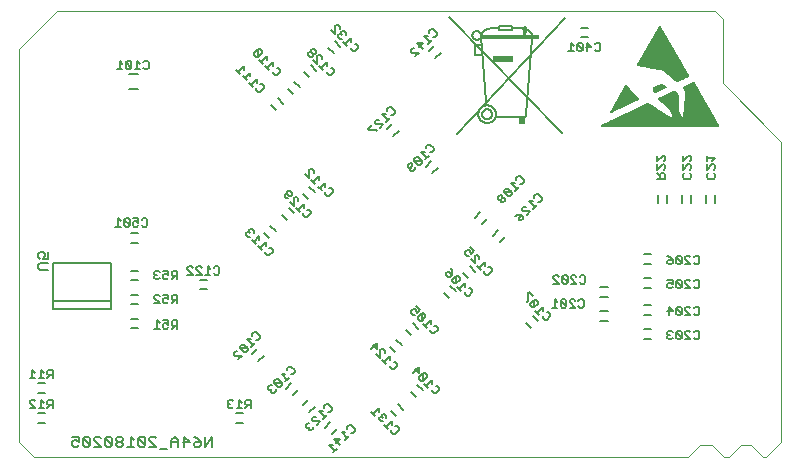
<source format=gbo>
G75*
%MOIN*%
%OFA0B0*%
%FSLAX25Y25*%
%IPPOS*%
%LPD*%
%AMOC8*
5,1,8,0,0,1.08239X$1,22.5*
%
%ADD10C,0.00000*%
%ADD11C,0.00500*%
%ADD12C,0.00600*%
%ADD13C,0.00185*%
%ADD14C,0.00655*%
%ADD15R,0.19239X0.01392*%
%ADD16R,0.06631X0.02292*%
%ADD17R,0.02293X0.02210*%
D10*
X0009500Y0011000D02*
X0227500Y0011000D01*
X0231500Y0015000D01*
X0235500Y0015000D01*
X0239500Y0011000D01*
X0241000Y0011000D01*
X0245000Y0015000D01*
X0248500Y0015000D01*
X0252500Y0011000D01*
X0253500Y0011000D01*
X0258500Y0016000D01*
X0258500Y0116000D01*
X0239000Y0135500D01*
X0239000Y0157000D01*
X0236500Y0159500D01*
X0017000Y0159500D01*
X0004500Y0147000D01*
X0004500Y0016000D01*
X0009500Y0011000D01*
D11*
X0022157Y0014834D02*
X0022741Y0014250D01*
X0023909Y0014250D01*
X0024493Y0014834D01*
X0024493Y0016001D02*
X0023325Y0016585D01*
X0022741Y0016585D01*
X0022157Y0016001D01*
X0022157Y0014834D01*
X0024493Y0016001D02*
X0024493Y0017753D01*
X0022157Y0017753D01*
X0025841Y0017169D02*
X0025841Y0014834D01*
X0026424Y0014250D01*
X0027592Y0014250D01*
X0028176Y0014834D01*
X0025841Y0017169D01*
X0026424Y0017753D01*
X0027592Y0017753D01*
X0028176Y0017169D01*
X0028176Y0014834D01*
X0029524Y0014250D02*
X0031859Y0014250D01*
X0029524Y0016585D01*
X0029524Y0017169D01*
X0030108Y0017753D01*
X0031275Y0017753D01*
X0031859Y0017169D01*
X0033207Y0017169D02*
X0035542Y0014834D01*
X0034958Y0014250D01*
X0033791Y0014250D01*
X0033207Y0014834D01*
X0033207Y0017169D01*
X0033791Y0017753D01*
X0034958Y0017753D01*
X0035542Y0017169D01*
X0035542Y0014834D01*
X0036890Y0014834D02*
X0037474Y0014250D01*
X0038641Y0014250D01*
X0039225Y0014834D01*
X0039225Y0015418D01*
X0038641Y0016001D01*
X0037474Y0016001D01*
X0036890Y0015418D01*
X0036890Y0014834D01*
X0037474Y0016001D02*
X0036890Y0016585D01*
X0036890Y0017169D01*
X0037474Y0017753D01*
X0038641Y0017753D01*
X0039225Y0017169D01*
X0039225Y0016585D01*
X0038641Y0016001D01*
X0040573Y0014250D02*
X0042908Y0014250D01*
X0041741Y0014250D02*
X0041741Y0017753D01*
X0042908Y0016585D01*
X0044256Y0017169D02*
X0046592Y0014834D01*
X0046008Y0014250D01*
X0044840Y0014250D01*
X0044256Y0014834D01*
X0044256Y0017169D01*
X0044840Y0017753D01*
X0046008Y0017753D01*
X0046592Y0017169D01*
X0046592Y0014834D01*
X0047939Y0014250D02*
X0050275Y0014250D01*
X0047939Y0016585D01*
X0047939Y0017169D01*
X0048523Y0017753D01*
X0049691Y0017753D01*
X0050275Y0017169D01*
X0055306Y0016585D02*
X0055306Y0014250D01*
X0053958Y0013666D02*
X0051623Y0013666D01*
X0055306Y0016001D02*
X0057641Y0016001D01*
X0057641Y0016585D02*
X0057641Y0014250D01*
X0059573Y0014250D02*
X0059573Y0017753D01*
X0061324Y0016001D01*
X0058989Y0016001D01*
X0057641Y0016585D02*
X0056473Y0017753D01*
X0055306Y0016585D01*
X0062672Y0015418D02*
X0063256Y0016001D01*
X0065007Y0016001D01*
X0065007Y0014834D01*
X0064423Y0014250D01*
X0063256Y0014250D01*
X0062672Y0014834D01*
X0062672Y0015418D01*
X0063840Y0017169D02*
X0062672Y0017753D01*
X0063840Y0017169D02*
X0065007Y0016001D01*
X0066355Y0014250D02*
X0066355Y0017753D01*
X0068690Y0017753D02*
X0066355Y0014250D01*
X0068690Y0014250D02*
X0068690Y0017753D01*
X0074506Y0027250D02*
X0075407Y0027250D01*
X0075857Y0027700D01*
X0077002Y0027250D02*
X0078803Y0027250D01*
X0077903Y0027250D02*
X0077903Y0029952D01*
X0078803Y0029052D01*
X0079948Y0029502D02*
X0079948Y0028601D01*
X0080399Y0028151D01*
X0081750Y0028151D01*
X0080849Y0028151D02*
X0079948Y0027250D01*
X0081750Y0027250D02*
X0081750Y0029952D01*
X0080399Y0029952D01*
X0079948Y0029502D01*
X0075857Y0029502D02*
X0075407Y0029952D01*
X0074506Y0029952D01*
X0074055Y0029502D01*
X0074055Y0029052D01*
X0074506Y0028601D01*
X0074055Y0028151D01*
X0074055Y0027700D01*
X0074506Y0027250D01*
X0074506Y0028601D02*
X0074956Y0028601D01*
X0087530Y0033568D02*
X0087848Y0033249D01*
X0088485Y0033249D01*
X0088485Y0032612D01*
X0088804Y0032294D01*
X0089441Y0032294D01*
X0090077Y0032931D01*
X0090077Y0033568D01*
X0090887Y0034378D02*
X0089613Y0035651D01*
X0092161Y0035651D01*
X0092161Y0035014D01*
X0091524Y0034378D01*
X0090887Y0034378D01*
X0089613Y0035651D02*
X0089613Y0036288D01*
X0090250Y0036925D01*
X0090887Y0036925D01*
X0092161Y0035651D01*
X0093289Y0036143D02*
X0094563Y0037416D01*
X0093926Y0036780D02*
X0092015Y0038690D01*
X0093289Y0038690D01*
X0093780Y0039818D02*
X0093780Y0040455D01*
X0094417Y0041092D01*
X0095054Y0041092D01*
X0096328Y0039818D01*
X0096328Y0039182D01*
X0095691Y0038545D01*
X0095054Y0038545D01*
X0088804Y0034842D02*
X0088167Y0034842D01*
X0087530Y0034205D01*
X0087530Y0033568D01*
X0088485Y0033249D02*
X0088804Y0033568D01*
X0102113Y0023788D02*
X0102750Y0024425D01*
X0103387Y0024425D01*
X0102113Y0023788D02*
X0102113Y0023151D01*
X0102432Y0022833D01*
X0104979Y0022833D01*
X0103706Y0021559D01*
X0102577Y0021068D02*
X0102577Y0020431D01*
X0101941Y0019794D01*
X0101304Y0019794D01*
X0100985Y0020113D01*
X0100985Y0020749D01*
X0101304Y0021068D01*
X0100985Y0020749D02*
X0100348Y0020749D01*
X0100030Y0021068D01*
X0100030Y0021705D01*
X0100667Y0022342D01*
X0101304Y0022342D01*
X0105789Y0023643D02*
X0107063Y0024916D01*
X0106426Y0024280D02*
X0104515Y0026190D01*
X0105789Y0026190D01*
X0106280Y0027318D02*
X0106280Y0027955D01*
X0106917Y0028592D01*
X0107554Y0028592D01*
X0108828Y0027318D01*
X0108828Y0026682D01*
X0108191Y0026045D01*
X0107554Y0026045D01*
X0113780Y0020955D02*
X0114417Y0021592D01*
X0115054Y0021592D01*
X0116328Y0020318D01*
X0116328Y0019682D01*
X0115691Y0019045D01*
X0115054Y0019045D01*
X0114563Y0017916D02*
X0113289Y0016643D01*
X0113926Y0017280D02*
X0112015Y0019190D01*
X0113289Y0019190D01*
X0113780Y0020318D02*
X0113780Y0020955D01*
X0111524Y0016788D02*
X0109613Y0016788D01*
X0111524Y0014878D01*
X0110250Y0015514D02*
X0111524Y0016788D01*
X0109122Y0015023D02*
X0107848Y0015023D01*
X0109759Y0013112D01*
X0110396Y0013749D02*
X0109122Y0012476D01*
X0126143Y0021711D02*
X0127417Y0020437D01*
X0126780Y0021074D02*
X0128690Y0022985D01*
X0128690Y0021711D01*
X0129818Y0021220D02*
X0130455Y0021220D01*
X0131092Y0020583D01*
X0131092Y0019946D01*
X0129818Y0018672D01*
X0129182Y0018672D01*
X0128545Y0019309D01*
X0128545Y0019946D01*
X0125651Y0022839D02*
X0125015Y0022839D01*
X0124378Y0023476D01*
X0124378Y0024113D01*
X0124696Y0024431D01*
X0125333Y0024431D01*
X0125651Y0024113D01*
X0125333Y0024431D02*
X0125333Y0025068D01*
X0125651Y0025387D01*
X0126288Y0025387D01*
X0126925Y0024750D01*
X0126925Y0024113D01*
X0124523Y0025878D02*
X0124523Y0027152D01*
X0122613Y0025241D01*
X0123250Y0024604D02*
X0121976Y0025878D01*
X0139643Y0035211D02*
X0140917Y0033937D01*
X0140280Y0034574D02*
X0142190Y0036485D01*
X0142190Y0035211D01*
X0143318Y0034720D02*
X0143955Y0034720D01*
X0144592Y0034083D01*
X0144592Y0033446D01*
X0143318Y0032172D01*
X0142682Y0032172D01*
X0142045Y0032809D01*
X0142045Y0033446D01*
X0139151Y0036339D02*
X0139151Y0038887D01*
X0137878Y0037613D01*
X0137878Y0036976D01*
X0138515Y0036339D01*
X0139151Y0036339D01*
X0140425Y0037613D01*
X0140425Y0038250D01*
X0139788Y0038887D01*
X0139151Y0038887D01*
X0137705Y0039059D02*
X0136431Y0040333D01*
X0135794Y0039059D02*
X0137705Y0040970D01*
X0137705Y0039059D01*
X0130592Y0041446D02*
X0129318Y0040172D01*
X0128682Y0040172D01*
X0128045Y0040809D01*
X0128045Y0041446D01*
X0126917Y0041937D02*
X0125643Y0043211D01*
X0126280Y0042574D02*
X0128190Y0044485D01*
X0128190Y0043211D01*
X0129318Y0042720D02*
X0129955Y0042720D01*
X0130592Y0042083D01*
X0130592Y0041446D01*
X0124833Y0044021D02*
X0124833Y0046568D01*
X0125151Y0046887D01*
X0125788Y0046887D01*
X0126425Y0046250D01*
X0126425Y0045613D01*
X0124833Y0044021D02*
X0123559Y0045294D01*
X0123705Y0047059D02*
X0122431Y0048333D01*
X0121794Y0047059D02*
X0123705Y0048970D01*
X0123705Y0047059D01*
X0137378Y0056976D02*
X0138015Y0056339D01*
X0138651Y0056339D01*
X0138651Y0058887D01*
X0137378Y0057613D01*
X0137378Y0056976D01*
X0138651Y0056339D02*
X0139925Y0057613D01*
X0139925Y0058250D01*
X0139288Y0058887D01*
X0138651Y0058887D01*
X0138160Y0060015D02*
X0137205Y0059059D01*
X0136886Y0060015D01*
X0136568Y0060333D01*
X0135931Y0060333D01*
X0135294Y0059696D01*
X0135294Y0059059D01*
X0135931Y0058423D01*
X0136568Y0058423D01*
X0138160Y0060015D02*
X0136886Y0061289D01*
X0141690Y0056485D02*
X0139780Y0054574D01*
X0140417Y0053937D02*
X0139143Y0055211D01*
X0141690Y0055211D02*
X0141690Y0056485D01*
X0142818Y0054720D02*
X0143455Y0054720D01*
X0144092Y0054083D01*
X0144092Y0053446D01*
X0142818Y0052172D01*
X0142182Y0052172D01*
X0141545Y0052809D01*
X0141545Y0053446D01*
X0153045Y0065309D02*
X0153682Y0064672D01*
X0154318Y0064672D01*
X0155592Y0065946D01*
X0155592Y0066583D01*
X0154955Y0067220D01*
X0154318Y0067220D01*
X0153190Y0067711D02*
X0153190Y0068985D01*
X0151280Y0067074D01*
X0151917Y0066437D02*
X0150643Y0067711D01*
X0150151Y0068839D02*
X0150151Y0071387D01*
X0148878Y0070113D01*
X0148878Y0069476D01*
X0149515Y0068839D01*
X0150151Y0068839D01*
X0151425Y0070113D01*
X0151425Y0070750D01*
X0150788Y0071387D01*
X0150151Y0071387D01*
X0148705Y0071559D02*
X0147750Y0072515D01*
X0147113Y0072515D01*
X0146794Y0072196D01*
X0146794Y0071559D01*
X0147431Y0070923D01*
X0148068Y0070923D01*
X0148705Y0071559D01*
X0148705Y0072833D01*
X0148386Y0073789D01*
X0153294Y0078559D02*
X0153931Y0077923D01*
X0154568Y0077923D01*
X0155205Y0078559D02*
X0154886Y0079515D01*
X0154568Y0079833D01*
X0153931Y0079833D01*
X0153294Y0079196D01*
X0153294Y0078559D01*
X0155205Y0078559D02*
X0156160Y0079515D01*
X0154886Y0080789D01*
X0156651Y0078387D02*
X0157288Y0078387D01*
X0157925Y0077750D01*
X0157925Y0077113D01*
X0156651Y0078387D02*
X0156333Y0078068D01*
X0156333Y0075521D01*
X0155059Y0076794D01*
X0157143Y0074711D02*
X0158417Y0073437D01*
X0157780Y0074074D02*
X0159690Y0075985D01*
X0159690Y0074711D01*
X0160818Y0074220D02*
X0161455Y0074220D01*
X0162092Y0073583D01*
X0162092Y0072946D01*
X0160818Y0071672D01*
X0160182Y0071672D01*
X0159545Y0072309D01*
X0159545Y0072946D01*
X0153045Y0065946D02*
X0153045Y0065309D01*
X0173750Y0062604D02*
X0174068Y0062923D01*
X0174068Y0065470D01*
X0174386Y0065789D01*
X0175660Y0064515D01*
X0176151Y0063387D02*
X0176151Y0060839D01*
X0175515Y0060839D01*
X0174878Y0061476D01*
X0174878Y0062113D01*
X0176151Y0063387D01*
X0176788Y0063387D01*
X0177425Y0062750D01*
X0177425Y0062113D01*
X0176151Y0060839D01*
X0176643Y0059711D02*
X0177917Y0058437D01*
X0177280Y0059074D02*
X0179190Y0060985D01*
X0179190Y0059711D01*
X0180318Y0059220D02*
X0180955Y0059220D01*
X0181592Y0058583D01*
X0181592Y0057946D01*
X0180318Y0056672D01*
X0179682Y0056672D01*
X0179045Y0057309D01*
X0179045Y0057946D01*
X0182109Y0060750D02*
X0183910Y0060750D01*
X0183010Y0060750D02*
X0183010Y0063452D01*
X0183910Y0062552D01*
X0185055Y0063002D02*
X0186857Y0061200D01*
X0186407Y0060750D01*
X0185506Y0060750D01*
X0185055Y0061200D01*
X0185055Y0063002D01*
X0185506Y0063452D01*
X0186407Y0063452D01*
X0186857Y0063002D01*
X0186857Y0061200D01*
X0188002Y0060750D02*
X0189803Y0060750D01*
X0188002Y0062552D01*
X0188002Y0063002D01*
X0188452Y0063452D01*
X0189353Y0063452D01*
X0189803Y0063002D01*
X0190948Y0063002D02*
X0191399Y0063452D01*
X0192300Y0063452D01*
X0192750Y0063002D01*
X0192750Y0061200D01*
X0192300Y0060750D01*
X0191399Y0060750D01*
X0190948Y0061200D01*
X0190303Y0068750D02*
X0188502Y0070552D01*
X0188502Y0071002D01*
X0188952Y0071452D01*
X0189853Y0071452D01*
X0190303Y0071002D01*
X0191448Y0071002D02*
X0191899Y0071452D01*
X0192800Y0071452D01*
X0193250Y0071002D01*
X0193250Y0069200D01*
X0192800Y0068750D01*
X0191899Y0068750D01*
X0191448Y0069200D01*
X0190303Y0068750D02*
X0188502Y0068750D01*
X0187357Y0069200D02*
X0185555Y0071002D01*
X0185555Y0069200D01*
X0186006Y0068750D01*
X0186907Y0068750D01*
X0187357Y0069200D01*
X0187357Y0071002D01*
X0186907Y0071452D01*
X0186006Y0071452D01*
X0185555Y0071002D01*
X0184410Y0071002D02*
X0183960Y0071452D01*
X0183059Y0071452D01*
X0182609Y0071002D01*
X0182609Y0070552D01*
X0184410Y0068750D01*
X0182609Y0068750D01*
X0171941Y0089794D02*
X0171304Y0089794D01*
X0170985Y0090112D01*
X0170985Y0090749D01*
X0171941Y0091705D01*
X0172577Y0091068D01*
X0172577Y0090431D01*
X0171941Y0089794D01*
X0171941Y0091705D02*
X0170667Y0091705D01*
X0169711Y0091386D01*
X0172113Y0093151D02*
X0172113Y0093788D01*
X0172750Y0094425D01*
X0173387Y0094425D01*
X0172113Y0093151D02*
X0172432Y0092833D01*
X0174979Y0092833D01*
X0173706Y0091559D01*
X0175789Y0093643D02*
X0177063Y0094916D01*
X0176426Y0094280D02*
X0174515Y0096190D01*
X0175789Y0096190D01*
X0176280Y0097318D02*
X0176280Y0097955D01*
X0176917Y0098592D01*
X0177554Y0098592D01*
X0178828Y0097318D01*
X0178828Y0096682D01*
X0178191Y0096045D01*
X0177554Y0096045D01*
X0172191Y0102045D02*
X0171554Y0102045D01*
X0172191Y0102045D02*
X0172828Y0102682D01*
X0172828Y0103318D01*
X0171554Y0104592D01*
X0170917Y0104592D01*
X0170280Y0103955D01*
X0170280Y0103318D01*
X0169789Y0102190D02*
X0168515Y0102190D01*
X0170426Y0100280D01*
X0171063Y0100916D02*
X0169789Y0099643D01*
X0168661Y0099151D02*
X0166113Y0099151D01*
X0167387Y0097878D01*
X0168024Y0097878D01*
X0168661Y0098514D01*
X0168661Y0099151D01*
X0167387Y0100425D01*
X0166750Y0100425D01*
X0166113Y0099788D01*
X0166113Y0099151D01*
X0165304Y0098342D02*
X0165622Y0098023D01*
X0165622Y0097386D01*
X0164985Y0096749D01*
X0164985Y0096112D01*
X0165304Y0095794D01*
X0165941Y0095794D01*
X0166577Y0096431D01*
X0166577Y0097068D01*
X0166259Y0097386D01*
X0165622Y0097386D01*
X0164985Y0096749D02*
X0164348Y0096749D01*
X0164030Y0097068D01*
X0164030Y0097705D01*
X0164667Y0098342D01*
X0165304Y0098342D01*
X0142828Y0113182D02*
X0142191Y0112545D01*
X0141554Y0112545D01*
X0141063Y0111416D02*
X0139789Y0110143D01*
X0140426Y0110780D02*
X0138515Y0112690D01*
X0139789Y0112690D01*
X0140280Y0113818D02*
X0140280Y0114455D01*
X0140917Y0115092D01*
X0141554Y0115092D01*
X0142828Y0113818D01*
X0142828Y0113182D01*
X0138661Y0109651D02*
X0136113Y0109651D01*
X0137387Y0108378D01*
X0138024Y0108378D01*
X0138661Y0109014D01*
X0138661Y0109651D01*
X0137387Y0110925D01*
X0136750Y0110925D01*
X0136113Y0110288D01*
X0136113Y0109651D01*
X0135304Y0108842D02*
X0134667Y0108842D01*
X0134030Y0108205D01*
X0134030Y0107568D01*
X0135304Y0106294D01*
X0135941Y0106294D01*
X0136577Y0106931D01*
X0136577Y0107568D01*
X0135622Y0107886D02*
X0134667Y0106931D01*
X0135622Y0107886D02*
X0135622Y0108523D01*
X0135304Y0108842D01*
X0123896Y0119749D02*
X0123577Y0120068D01*
X0121030Y0120068D01*
X0120711Y0120386D01*
X0121985Y0121660D01*
X0123113Y0122151D02*
X0123432Y0121833D01*
X0125979Y0121833D01*
X0124706Y0120559D01*
X0123113Y0122151D02*
X0123113Y0122788D01*
X0123750Y0123425D01*
X0124387Y0123425D01*
X0125515Y0125190D02*
X0127426Y0123280D01*
X0128063Y0123916D02*
X0126789Y0122643D01*
X0126789Y0125190D02*
X0125515Y0125190D01*
X0127280Y0126318D02*
X0127280Y0126955D01*
X0127917Y0127592D01*
X0128554Y0127592D01*
X0129828Y0126318D01*
X0129828Y0125682D01*
X0129191Y0125045D01*
X0128554Y0125045D01*
X0109592Y0139446D02*
X0108318Y0138172D01*
X0107682Y0138172D01*
X0107045Y0138809D01*
X0107045Y0139446D01*
X0105917Y0139937D02*
X0104643Y0141211D01*
X0105280Y0140574D02*
X0107190Y0142485D01*
X0107190Y0141211D01*
X0108318Y0140720D02*
X0108955Y0140720D01*
X0109592Y0140083D01*
X0109592Y0139446D01*
X0103833Y0142021D02*
X0103833Y0144568D01*
X0104151Y0144887D01*
X0104788Y0144887D01*
X0105425Y0144250D01*
X0105425Y0143613D01*
X0103833Y0142021D02*
X0102559Y0143294D01*
X0102068Y0144423D02*
X0102386Y0144741D01*
X0102386Y0145378D01*
X0101750Y0146015D01*
X0101113Y0146015D01*
X0100794Y0145696D01*
X0100794Y0145059D01*
X0101431Y0144423D01*
X0102068Y0144423D01*
X0102386Y0145378D02*
X0103023Y0145378D01*
X0103342Y0145696D01*
X0103342Y0146333D01*
X0102705Y0146970D01*
X0102068Y0146970D01*
X0101750Y0146652D01*
X0101750Y0146015D01*
X0110878Y0150976D02*
X0111515Y0150339D01*
X0112151Y0150339D01*
X0112643Y0149211D02*
X0113917Y0147937D01*
X0113280Y0148574D02*
X0115190Y0150485D01*
X0115190Y0149211D01*
X0116318Y0148720D02*
X0116955Y0148720D01*
X0117592Y0148083D01*
X0117592Y0147446D01*
X0116318Y0146172D01*
X0115682Y0146172D01*
X0115045Y0146809D01*
X0115045Y0147446D01*
X0110878Y0150976D02*
X0110878Y0151613D01*
X0111196Y0151931D01*
X0111833Y0151931D01*
X0112151Y0151613D01*
X0111833Y0151931D02*
X0111833Y0152568D01*
X0112151Y0152887D01*
X0112788Y0152887D01*
X0113425Y0152250D01*
X0113425Y0151613D01*
X0111342Y0153696D02*
X0111342Y0154333D01*
X0110705Y0154970D01*
X0110068Y0154970D01*
X0109750Y0154652D01*
X0109750Y0152104D01*
X0108476Y0153378D01*
X0089190Y0142485D02*
X0087280Y0140574D01*
X0087917Y0139937D02*
X0086643Y0141211D01*
X0085833Y0142021D02*
X0084559Y0143294D01*
X0085196Y0142657D02*
X0087107Y0144568D01*
X0087107Y0143294D01*
X0089190Y0142485D02*
X0089190Y0141211D01*
X0090318Y0140720D02*
X0090955Y0140720D01*
X0091592Y0140083D01*
X0091592Y0139446D01*
X0090318Y0138172D01*
X0089682Y0138172D01*
X0089045Y0138809D01*
X0089045Y0139446D01*
X0085455Y0135220D02*
X0086092Y0134583D01*
X0086092Y0133946D01*
X0084818Y0132672D01*
X0084182Y0132672D01*
X0083545Y0133309D01*
X0083545Y0133946D01*
X0082417Y0134437D02*
X0081143Y0135711D01*
X0081780Y0135074D02*
X0083690Y0136985D01*
X0083690Y0135711D01*
X0084818Y0135220D02*
X0085455Y0135220D01*
X0081607Y0137794D02*
X0081607Y0139068D01*
X0079696Y0137157D01*
X0080333Y0136521D02*
X0079059Y0137794D01*
X0078250Y0138604D02*
X0076976Y0139878D01*
X0077613Y0139241D02*
X0079523Y0141152D01*
X0079523Y0139878D01*
X0083431Y0144423D02*
X0084068Y0144423D01*
X0084068Y0146970D01*
X0082794Y0145696D01*
X0082794Y0145059D01*
X0083431Y0144423D01*
X0084068Y0144423D02*
X0085342Y0145696D01*
X0085342Y0146333D01*
X0084705Y0146970D01*
X0084068Y0146970D01*
X0047750Y0142502D02*
X0047750Y0140700D01*
X0047300Y0140250D01*
X0046399Y0140250D01*
X0045948Y0140700D01*
X0044803Y0140250D02*
X0043002Y0140250D01*
X0043903Y0140250D02*
X0043903Y0142952D01*
X0044803Y0142052D01*
X0045948Y0142502D02*
X0046399Y0142952D01*
X0047300Y0142952D01*
X0047750Y0142502D01*
X0041857Y0142502D02*
X0041857Y0140700D01*
X0040055Y0142502D01*
X0040055Y0140700D01*
X0040506Y0140250D01*
X0041407Y0140250D01*
X0041857Y0140700D01*
X0041857Y0142502D02*
X0041407Y0142952D01*
X0040506Y0142952D01*
X0040055Y0142502D01*
X0038910Y0142052D02*
X0038010Y0142952D01*
X0038010Y0140250D01*
X0038910Y0140250D02*
X0037109Y0140250D01*
X0099876Y0105278D02*
X0101150Y0104004D01*
X0101150Y0106552D01*
X0101468Y0106870D01*
X0102105Y0106870D01*
X0102742Y0106233D01*
X0102742Y0105596D01*
X0104507Y0104468D02*
X0102596Y0102557D01*
X0103233Y0101921D02*
X0101959Y0103194D01*
X0104507Y0103194D02*
X0104507Y0104468D01*
X0106590Y0102385D02*
X0104680Y0100474D01*
X0105317Y0099837D02*
X0104043Y0101111D01*
X0106590Y0101111D02*
X0106590Y0102385D01*
X0107718Y0100620D02*
X0108355Y0100620D01*
X0108992Y0099983D01*
X0108992Y0099346D01*
X0107718Y0098072D01*
X0107082Y0098072D01*
X0106445Y0098709D01*
X0106445Y0099346D01*
X0099390Y0095185D02*
X0097480Y0093274D01*
X0098117Y0092637D02*
X0096843Y0093911D01*
X0096033Y0094721D02*
X0096033Y0097268D01*
X0096351Y0097587D01*
X0096988Y0097587D01*
X0097625Y0096950D01*
X0097625Y0096313D01*
X0099390Y0095185D02*
X0099390Y0093911D01*
X0100518Y0093420D02*
X0101155Y0093420D01*
X0101792Y0092783D01*
X0101792Y0092146D01*
X0100518Y0090872D01*
X0099882Y0090872D01*
X0099245Y0091509D01*
X0099245Y0092146D01*
X0096033Y0094721D02*
X0094759Y0095994D01*
X0094268Y0097123D02*
X0093631Y0097123D01*
X0092994Y0097759D01*
X0092994Y0098396D01*
X0094268Y0099670D01*
X0094905Y0099670D01*
X0095542Y0099033D01*
X0095542Y0098396D01*
X0095223Y0098078D01*
X0094586Y0098078D01*
X0093631Y0099033D01*
X0082205Y0086970D02*
X0081568Y0086970D01*
X0081250Y0086652D01*
X0081250Y0086015D01*
X0080613Y0086015D01*
X0080294Y0085696D01*
X0080294Y0085059D01*
X0080931Y0084423D01*
X0081568Y0084423D01*
X0082059Y0083294D02*
X0083333Y0082021D01*
X0082696Y0082657D02*
X0084607Y0084568D01*
X0084607Y0083294D01*
X0086690Y0082485D02*
X0084780Y0080574D01*
X0085417Y0079937D02*
X0084143Y0081211D01*
X0086690Y0081211D02*
X0086690Y0082485D01*
X0087818Y0080720D02*
X0088455Y0080720D01*
X0089092Y0080083D01*
X0089092Y0079446D01*
X0087818Y0078172D01*
X0087182Y0078172D01*
X0086545Y0078809D01*
X0086545Y0079446D01*
X0082842Y0085696D02*
X0082842Y0086333D01*
X0082205Y0086970D01*
X0081250Y0086015D02*
X0081568Y0085696D01*
X0070800Y0074452D02*
X0071250Y0074002D01*
X0071250Y0072200D01*
X0070800Y0071750D01*
X0069899Y0071750D01*
X0069448Y0072200D01*
X0068303Y0071750D02*
X0066502Y0071750D01*
X0067403Y0071750D02*
X0067403Y0074452D01*
X0068303Y0073552D01*
X0069448Y0074002D02*
X0069899Y0074452D01*
X0070800Y0074452D01*
X0065357Y0074002D02*
X0064907Y0074452D01*
X0064006Y0074452D01*
X0063555Y0074002D01*
X0063555Y0073552D01*
X0065357Y0071750D01*
X0063555Y0071750D01*
X0062410Y0071750D02*
X0060609Y0073552D01*
X0060609Y0074002D01*
X0061059Y0074452D01*
X0061960Y0074452D01*
X0062410Y0074002D01*
X0062410Y0071750D02*
X0060609Y0071750D01*
X0057250Y0071151D02*
X0055899Y0071151D01*
X0055448Y0071601D01*
X0055448Y0072502D01*
X0055899Y0072952D01*
X0057250Y0072952D01*
X0057250Y0070250D01*
X0056349Y0071151D02*
X0055448Y0070250D01*
X0054303Y0070700D02*
X0053853Y0070250D01*
X0052952Y0070250D01*
X0052502Y0070700D01*
X0052502Y0071601D01*
X0052952Y0072052D01*
X0053403Y0072052D01*
X0054303Y0071601D01*
X0054303Y0072952D01*
X0052502Y0072952D01*
X0051357Y0072502D02*
X0050907Y0072952D01*
X0050006Y0072952D01*
X0049555Y0072502D01*
X0049555Y0072052D01*
X0050006Y0071601D01*
X0049555Y0071151D01*
X0049555Y0070700D01*
X0050006Y0070250D01*
X0050907Y0070250D01*
X0051357Y0070700D01*
X0050456Y0071601D02*
X0050006Y0071601D01*
X0050006Y0064952D02*
X0050907Y0064952D01*
X0051357Y0064502D01*
X0052502Y0064952D02*
X0054303Y0064952D01*
X0054303Y0063601D01*
X0053403Y0064052D01*
X0052952Y0064052D01*
X0052502Y0063601D01*
X0052502Y0062700D01*
X0052952Y0062250D01*
X0053853Y0062250D01*
X0054303Y0062700D01*
X0055448Y0062250D02*
X0056349Y0063151D01*
X0055899Y0063151D02*
X0057250Y0063151D01*
X0057250Y0062250D02*
X0057250Y0064952D01*
X0055899Y0064952D01*
X0055448Y0064502D01*
X0055448Y0063601D01*
X0055899Y0063151D01*
X0051357Y0062250D02*
X0049555Y0064052D01*
X0049555Y0064502D01*
X0050006Y0064952D01*
X0049555Y0062250D02*
X0051357Y0062250D01*
X0050456Y0056452D02*
X0050456Y0053750D01*
X0051357Y0053750D02*
X0049555Y0053750D01*
X0051357Y0055552D02*
X0050456Y0056452D01*
X0052502Y0056452D02*
X0054303Y0056452D01*
X0054303Y0055101D01*
X0053403Y0055552D01*
X0052952Y0055552D01*
X0052502Y0055101D01*
X0052502Y0054200D01*
X0052952Y0053750D01*
X0053853Y0053750D01*
X0054303Y0054200D01*
X0055448Y0053750D02*
X0056349Y0054651D01*
X0055899Y0054651D02*
X0057250Y0054651D01*
X0057250Y0053750D02*
X0057250Y0056452D01*
X0055899Y0056452D01*
X0055448Y0056002D01*
X0055448Y0055101D01*
X0055899Y0054651D01*
X0076030Y0045705D02*
X0076030Y0045068D01*
X0076348Y0044749D01*
X0078896Y0044749D01*
X0077622Y0043476D01*
X0076030Y0045705D02*
X0076667Y0046342D01*
X0077304Y0046342D01*
X0078113Y0047151D02*
X0080661Y0047151D01*
X0080661Y0046514D01*
X0080024Y0045878D01*
X0079387Y0045878D01*
X0078113Y0047151D01*
X0078113Y0047788D01*
X0078750Y0048425D01*
X0079387Y0048425D01*
X0080661Y0047151D01*
X0081789Y0047643D02*
X0083063Y0048916D01*
X0082426Y0048280D02*
X0080515Y0050190D01*
X0081789Y0050190D01*
X0082280Y0051318D02*
X0082280Y0051955D01*
X0082917Y0052592D01*
X0083554Y0052592D01*
X0084828Y0051318D01*
X0084828Y0050682D01*
X0084191Y0050045D01*
X0083554Y0050045D01*
X0046800Y0087750D02*
X0045899Y0087750D01*
X0045448Y0088200D01*
X0044303Y0088200D02*
X0043853Y0087750D01*
X0042952Y0087750D01*
X0042502Y0088200D01*
X0042502Y0089101D01*
X0042952Y0089552D01*
X0043403Y0089552D01*
X0044303Y0089101D01*
X0044303Y0090452D01*
X0042502Y0090452D01*
X0041357Y0090002D02*
X0041357Y0088200D01*
X0039555Y0090002D01*
X0039555Y0088200D01*
X0040006Y0087750D01*
X0040907Y0087750D01*
X0041357Y0088200D01*
X0041357Y0090002D02*
X0040907Y0090452D01*
X0040006Y0090452D01*
X0039555Y0090002D01*
X0038410Y0089552D02*
X0037510Y0090452D01*
X0037510Y0087750D01*
X0038410Y0087750D02*
X0036609Y0087750D01*
X0045448Y0090002D02*
X0045899Y0090452D01*
X0046800Y0090452D01*
X0047250Y0090002D01*
X0047250Y0088200D01*
X0046800Y0087750D01*
X0015750Y0039952D02*
X0014399Y0039952D01*
X0013948Y0039502D01*
X0013948Y0038601D01*
X0014399Y0038151D01*
X0015750Y0038151D01*
X0014849Y0038151D02*
X0013948Y0037250D01*
X0012803Y0037250D02*
X0011002Y0037250D01*
X0011903Y0037250D02*
X0011903Y0039952D01*
X0012803Y0039052D01*
X0009857Y0039052D02*
X0008956Y0039952D01*
X0008956Y0037250D01*
X0009857Y0037250D02*
X0008055Y0037250D01*
X0015750Y0037250D02*
X0015750Y0039952D01*
X0015750Y0029952D02*
X0014399Y0029952D01*
X0013948Y0029502D01*
X0013948Y0028601D01*
X0014399Y0028151D01*
X0015750Y0028151D01*
X0014849Y0028151D02*
X0013948Y0027250D01*
X0012803Y0027250D02*
X0011002Y0027250D01*
X0011903Y0027250D02*
X0011903Y0029952D01*
X0012803Y0029052D01*
X0009857Y0029502D02*
X0009407Y0029952D01*
X0008506Y0029952D01*
X0008055Y0029502D01*
X0008055Y0029052D01*
X0009857Y0027250D01*
X0008055Y0027250D01*
X0015750Y0027250D02*
X0015750Y0029952D01*
X0136622Y0144476D02*
X0137896Y0145749D01*
X0135348Y0145749D01*
X0135030Y0146068D01*
X0135030Y0146705D01*
X0135667Y0147342D01*
X0136304Y0147342D01*
X0137750Y0147514D02*
X0139024Y0148788D01*
X0137113Y0148788D01*
X0139024Y0146878D01*
X0140789Y0148643D02*
X0142063Y0149916D01*
X0141426Y0149280D02*
X0139515Y0151190D01*
X0140789Y0151190D01*
X0141280Y0152318D02*
X0141280Y0152955D01*
X0141917Y0153592D01*
X0142554Y0153592D01*
X0143828Y0152318D01*
X0143828Y0151682D01*
X0143191Y0151045D01*
X0142554Y0151045D01*
X0187609Y0146250D02*
X0189410Y0146250D01*
X0188510Y0146250D02*
X0188510Y0148952D01*
X0189410Y0148052D01*
X0190555Y0148502D02*
X0192357Y0146700D01*
X0191907Y0146250D01*
X0191006Y0146250D01*
X0190555Y0146700D01*
X0190555Y0148502D01*
X0191006Y0148952D01*
X0191907Y0148952D01*
X0192357Y0148502D01*
X0192357Y0146700D01*
X0193502Y0147601D02*
X0195303Y0147601D01*
X0193952Y0148952D01*
X0193952Y0146250D01*
X0196448Y0146700D02*
X0196899Y0146250D01*
X0197800Y0146250D01*
X0198250Y0146700D01*
X0198250Y0148502D01*
X0197800Y0148952D01*
X0196899Y0148952D01*
X0196448Y0148502D01*
X0217250Y0111445D02*
X0217250Y0109643D01*
X0219052Y0111445D01*
X0219502Y0111445D01*
X0219952Y0110994D01*
X0219952Y0110093D01*
X0219502Y0109643D01*
X0219502Y0108498D02*
X0219952Y0108048D01*
X0219952Y0107147D01*
X0219502Y0106697D01*
X0219502Y0105552D02*
X0218601Y0105552D01*
X0218151Y0105101D01*
X0218151Y0103750D01*
X0218151Y0104651D02*
X0217250Y0105552D01*
X0217250Y0106697D02*
X0219052Y0108498D01*
X0219502Y0108498D01*
X0217250Y0108498D02*
X0217250Y0106697D01*
X0219502Y0105552D02*
X0219952Y0105101D01*
X0219952Y0103750D01*
X0217250Y0103750D01*
X0225750Y0104200D02*
X0226200Y0103750D01*
X0228002Y0103750D01*
X0228452Y0104200D01*
X0228452Y0105101D01*
X0228002Y0105552D01*
X0228002Y0106697D02*
X0228452Y0107147D01*
X0228452Y0108048D01*
X0228002Y0108498D01*
X0227552Y0108498D01*
X0225750Y0106697D01*
X0225750Y0108498D01*
X0225750Y0109643D02*
X0227552Y0111445D01*
X0228002Y0111445D01*
X0228452Y0110994D01*
X0228452Y0110093D01*
X0228002Y0109643D01*
X0225750Y0109643D02*
X0225750Y0111445D01*
X0233750Y0111445D02*
X0233750Y0109643D01*
X0233750Y0110544D02*
X0236452Y0110544D01*
X0235552Y0109643D01*
X0235552Y0108498D02*
X0236002Y0108498D01*
X0236452Y0108048D01*
X0236452Y0107147D01*
X0236002Y0106697D01*
X0236002Y0105552D02*
X0236452Y0105101D01*
X0236452Y0104200D01*
X0236002Y0103750D01*
X0234200Y0103750D01*
X0233750Y0104200D01*
X0233750Y0105101D01*
X0234200Y0105552D01*
X0233750Y0106697D02*
X0235552Y0108498D01*
X0233750Y0108498D02*
X0233750Y0106697D01*
X0226200Y0105552D02*
X0225750Y0105101D01*
X0225750Y0104200D01*
X0224907Y0077952D02*
X0224006Y0077952D01*
X0223555Y0077502D01*
X0225357Y0075700D01*
X0224907Y0075250D01*
X0224006Y0075250D01*
X0223555Y0075700D01*
X0223555Y0077502D01*
X0224907Y0077952D02*
X0225357Y0077502D01*
X0225357Y0075700D01*
X0226502Y0075250D02*
X0228303Y0075250D01*
X0226502Y0077052D01*
X0226502Y0077502D01*
X0226952Y0077952D01*
X0227853Y0077952D01*
X0228303Y0077502D01*
X0229448Y0077502D02*
X0229899Y0077952D01*
X0230800Y0077952D01*
X0231250Y0077502D01*
X0231250Y0075700D01*
X0230800Y0075250D01*
X0229899Y0075250D01*
X0229448Y0075700D01*
X0222410Y0075700D02*
X0221960Y0075250D01*
X0221059Y0075250D01*
X0220609Y0075700D01*
X0220609Y0076151D01*
X0221059Y0076601D01*
X0222410Y0076601D01*
X0222410Y0075700D01*
X0222410Y0076601D02*
X0221510Y0077502D01*
X0220609Y0077952D01*
X0220609Y0069952D02*
X0222410Y0069952D01*
X0222410Y0068601D01*
X0221510Y0069052D01*
X0221059Y0069052D01*
X0220609Y0068601D01*
X0220609Y0067700D01*
X0221059Y0067250D01*
X0221960Y0067250D01*
X0222410Y0067700D01*
X0223555Y0067700D02*
X0224006Y0067250D01*
X0224907Y0067250D01*
X0225357Y0067700D01*
X0223555Y0069502D01*
X0223555Y0067700D01*
X0223555Y0069502D02*
X0224006Y0069952D01*
X0224907Y0069952D01*
X0225357Y0069502D01*
X0225357Y0067700D01*
X0226502Y0067250D02*
X0228303Y0067250D01*
X0226502Y0069052D01*
X0226502Y0069502D01*
X0226952Y0069952D01*
X0227853Y0069952D01*
X0228303Y0069502D01*
X0229448Y0069502D02*
X0229899Y0069952D01*
X0230800Y0069952D01*
X0231250Y0069502D01*
X0231250Y0067700D01*
X0230800Y0067250D01*
X0229899Y0067250D01*
X0229448Y0067700D01*
X0229899Y0060952D02*
X0230800Y0060952D01*
X0231250Y0060502D01*
X0231250Y0058700D01*
X0230800Y0058250D01*
X0229899Y0058250D01*
X0229448Y0058700D01*
X0228303Y0058250D02*
X0226502Y0058250D01*
X0225357Y0058700D02*
X0223555Y0060502D01*
X0223555Y0058700D01*
X0224006Y0058250D01*
X0224907Y0058250D01*
X0225357Y0058700D01*
X0225357Y0060502D01*
X0224907Y0060952D01*
X0224006Y0060952D01*
X0223555Y0060502D01*
X0222410Y0059601D02*
X0220609Y0059601D01*
X0221059Y0058250D02*
X0221059Y0060952D01*
X0222410Y0059601D01*
X0226502Y0060052D02*
X0226502Y0060502D01*
X0226952Y0060952D01*
X0227853Y0060952D01*
X0228303Y0060502D01*
X0229448Y0060502D02*
X0229899Y0060952D01*
X0228303Y0058250D02*
X0226502Y0060052D01*
X0226952Y0052952D02*
X0227853Y0052952D01*
X0228303Y0052502D01*
X0229448Y0052502D02*
X0229899Y0052952D01*
X0230800Y0052952D01*
X0231250Y0052502D01*
X0231250Y0050700D01*
X0230800Y0050250D01*
X0229899Y0050250D01*
X0229448Y0050700D01*
X0228303Y0050250D02*
X0226502Y0050250D01*
X0225357Y0050700D02*
X0223555Y0052502D01*
X0223555Y0050700D01*
X0224006Y0050250D01*
X0224907Y0050250D01*
X0225357Y0050700D01*
X0225357Y0052502D01*
X0224907Y0052952D01*
X0224006Y0052952D01*
X0223555Y0052502D01*
X0222410Y0052502D02*
X0221960Y0052952D01*
X0221059Y0052952D01*
X0220609Y0052502D01*
X0220609Y0052052D01*
X0221059Y0051601D01*
X0220609Y0051151D01*
X0220609Y0050700D01*
X0221059Y0050250D01*
X0221960Y0050250D01*
X0222410Y0050700D01*
X0221510Y0051601D02*
X0221059Y0051601D01*
X0226502Y0052052D02*
X0226502Y0052502D01*
X0226952Y0052952D01*
X0226502Y0052052D02*
X0228303Y0050250D01*
D12*
X0215250Y0050437D02*
X0212750Y0050437D01*
X0212750Y0053562D02*
X0215250Y0053562D01*
X0215250Y0058437D02*
X0212750Y0058437D01*
X0212750Y0061562D02*
X0215250Y0061562D01*
X0215250Y0067438D02*
X0212750Y0067438D01*
X0212750Y0070563D02*
X0215250Y0070563D01*
X0215250Y0075438D02*
X0212750Y0075438D01*
X0212750Y0078563D02*
X0215250Y0078563D01*
X0200750Y0067563D02*
X0198250Y0067563D01*
X0198250Y0064437D02*
X0200750Y0064437D01*
X0200750Y0059562D02*
X0198250Y0059562D01*
X0198250Y0056437D02*
X0200750Y0056437D01*
X0177489Y0056221D02*
X0175721Y0057989D01*
X0173511Y0055779D02*
X0175279Y0054011D01*
X0154279Y0070511D02*
X0152511Y0072279D01*
X0154721Y0074489D02*
X0156489Y0072721D01*
X0149989Y0066221D02*
X0148221Y0067989D01*
X0146011Y0065779D02*
X0147779Y0064011D01*
X0137489Y0053721D02*
X0135721Y0055489D01*
X0133511Y0053279D02*
X0135279Y0051511D01*
X0131989Y0048221D02*
X0130221Y0049989D01*
X0128011Y0047779D02*
X0129779Y0046011D01*
X0137221Y0034989D02*
X0138989Y0033221D01*
X0136779Y0031011D02*
X0135011Y0032779D01*
X0130721Y0028489D02*
X0132489Y0026721D01*
X0130279Y0024511D02*
X0128511Y0026279D01*
X0110489Y0020279D02*
X0108721Y0018511D01*
X0106511Y0020721D02*
X0108279Y0022489D01*
X0102989Y0027779D02*
X0101221Y0026011D01*
X0099011Y0028221D02*
X0100779Y0029989D01*
X0097489Y0033279D02*
X0095721Y0031511D01*
X0093511Y0033721D02*
X0095279Y0035489D01*
X0085989Y0044779D02*
X0084221Y0043011D01*
X0082011Y0045221D02*
X0083779Y0046989D01*
X0079250Y0025562D02*
X0076750Y0025562D01*
X0076750Y0022437D02*
X0079250Y0022437D01*
X0044250Y0053937D02*
X0041750Y0053937D01*
X0041750Y0057062D02*
X0044250Y0057062D01*
X0044250Y0061937D02*
X0041750Y0061937D01*
X0041750Y0065062D02*
X0044250Y0065062D01*
X0044250Y0069938D02*
X0041750Y0069938D01*
X0041750Y0073063D02*
X0044250Y0073063D01*
X0035146Y0075677D02*
X0035146Y0063110D01*
X0015854Y0063110D01*
X0015854Y0075677D01*
X0035146Y0075677D01*
X0041750Y0082438D02*
X0044250Y0082438D01*
X0044250Y0085563D02*
X0041750Y0085563D01*
X0064750Y0070063D02*
X0067250Y0070063D01*
X0067250Y0066938D02*
X0064750Y0066938D01*
X0086011Y0085779D02*
X0087779Y0084011D01*
X0089989Y0086221D02*
X0088221Y0087989D01*
X0092111Y0091779D02*
X0093879Y0090011D01*
X0096089Y0092221D02*
X0094321Y0093989D01*
X0099011Y0098779D02*
X0100779Y0097011D01*
X0102989Y0099221D02*
X0101221Y0100989D01*
X0129221Y0118011D02*
X0130989Y0119779D01*
X0128779Y0121989D02*
X0127011Y0120221D01*
X0140011Y0107721D02*
X0141779Y0109489D01*
X0143989Y0107279D02*
X0142221Y0105511D01*
X0156511Y0090721D02*
X0158279Y0092489D01*
X0160489Y0090279D02*
X0158721Y0088511D01*
X0162511Y0084721D02*
X0164279Y0086489D01*
X0166489Y0084279D02*
X0164721Y0082511D01*
X0217437Y0095750D02*
X0217437Y0098250D01*
X0220562Y0098250D02*
X0220562Y0095750D01*
X0225437Y0095750D02*
X0225437Y0098250D01*
X0228562Y0098250D02*
X0228562Y0095750D01*
X0233437Y0095750D02*
X0233437Y0098250D01*
X0236562Y0098250D02*
X0236562Y0095750D01*
X0194250Y0150938D02*
X0191750Y0150938D01*
X0191750Y0154063D02*
X0194250Y0154063D01*
X0144989Y0145779D02*
X0143221Y0144011D01*
X0141011Y0146221D02*
X0142779Y0147989D01*
X0111524Y0147685D02*
X0109757Y0149453D01*
X0107547Y0147243D02*
X0109315Y0145476D01*
X0103489Y0139721D02*
X0101721Y0141489D01*
X0099511Y0139279D02*
X0101279Y0137511D01*
X0097989Y0134221D02*
X0096221Y0135989D01*
X0094011Y0133779D02*
X0095779Y0132011D01*
X0092489Y0128721D02*
X0090721Y0130489D01*
X0088511Y0128279D02*
X0090279Y0126511D01*
X0044000Y0133500D02*
X0041000Y0133500D01*
X0041000Y0138500D02*
X0044000Y0138500D01*
X0014203Y0079252D02*
X0014203Y0076983D01*
X0012501Y0076983D01*
X0013069Y0078117D01*
X0013069Y0078685D01*
X0012501Y0079252D01*
X0011367Y0079252D01*
X0010800Y0078685D01*
X0010800Y0077550D01*
X0011367Y0076983D01*
X0011367Y0075569D02*
X0014203Y0075569D01*
X0014203Y0073300D02*
X0011367Y0073300D01*
X0010800Y0073867D01*
X0010800Y0075001D01*
X0011367Y0075569D01*
X0015854Y0063110D02*
X0015854Y0060323D01*
X0035146Y0060323D01*
X0035146Y0063110D01*
X0013250Y0035563D02*
X0010750Y0035563D01*
X0010750Y0032437D02*
X0013250Y0032437D01*
X0013250Y0025562D02*
X0010750Y0025562D01*
X0010750Y0022437D02*
X0013250Y0022437D01*
D13*
X0198468Y0121371D02*
X0237629Y0121371D01*
X0229277Y0136033D01*
X0225751Y0134363D01*
X0226307Y0133435D01*
X0226493Y0133064D01*
X0226493Y0131579D01*
X0225936Y0124155D01*
X0225565Y0124155D01*
X0225008Y0124526D01*
X0224637Y0125269D01*
X0224266Y0126382D01*
X0224080Y0128053D01*
X0224080Y0131579D01*
X0223152Y0132878D01*
X0222596Y0132878D01*
X0217585Y0130465D01*
X0217585Y0130280D01*
X0221111Y0127125D01*
X0221853Y0126011D01*
X0222224Y0125269D01*
X0222224Y0124712D01*
X0222039Y0124341D01*
X0221853Y0124155D01*
X0221482Y0124155D01*
X0220183Y0124898D01*
X0218698Y0125826D01*
X0217399Y0126754D01*
X0215728Y0127867D01*
X0214244Y0128795D01*
X0213872Y0128795D01*
X0198468Y0121743D01*
X0198468Y0121371D01*
X0198468Y0121498D02*
X0237557Y0121498D01*
X0237452Y0121681D02*
X0198468Y0121681D01*
X0198735Y0121865D02*
X0237348Y0121865D01*
X0237243Y0122048D02*
X0199136Y0122048D01*
X0199537Y0122232D02*
X0237139Y0122232D01*
X0237034Y0122415D02*
X0199938Y0122415D01*
X0200339Y0122599D02*
X0236930Y0122599D01*
X0236825Y0122782D02*
X0200739Y0122782D01*
X0201140Y0122966D02*
X0236720Y0122966D01*
X0236616Y0123149D02*
X0201541Y0123149D01*
X0201942Y0123333D02*
X0236511Y0123333D01*
X0236407Y0123517D02*
X0202343Y0123517D01*
X0202744Y0123700D02*
X0236302Y0123700D01*
X0236198Y0123884D02*
X0203145Y0123884D01*
X0203546Y0124067D02*
X0236093Y0124067D01*
X0235989Y0124251D02*
X0225943Y0124251D01*
X0225957Y0124434D02*
X0235884Y0124434D01*
X0235779Y0124618D02*
X0225971Y0124618D01*
X0225985Y0124801D02*
X0235675Y0124801D01*
X0235570Y0124985D02*
X0225998Y0124985D01*
X0226012Y0125169D02*
X0235466Y0125169D01*
X0235361Y0125352D02*
X0226026Y0125352D01*
X0226040Y0125536D02*
X0235257Y0125536D01*
X0235152Y0125719D02*
X0226054Y0125719D01*
X0226067Y0125903D02*
X0235048Y0125903D01*
X0234943Y0126086D02*
X0226081Y0126086D01*
X0226095Y0126270D02*
X0234838Y0126270D01*
X0234734Y0126453D02*
X0226109Y0126453D01*
X0226122Y0126637D02*
X0234629Y0126637D01*
X0234525Y0126820D02*
X0226136Y0126820D01*
X0226150Y0127004D02*
X0234420Y0127004D01*
X0234316Y0127188D02*
X0226164Y0127188D01*
X0226177Y0127371D02*
X0234211Y0127371D01*
X0234107Y0127555D02*
X0226191Y0127555D01*
X0226205Y0127738D02*
X0234002Y0127738D01*
X0233897Y0127922D02*
X0226219Y0127922D01*
X0226232Y0128105D02*
X0233793Y0128105D01*
X0233688Y0128289D02*
X0226246Y0128289D01*
X0226260Y0128472D02*
X0233584Y0128472D01*
X0233479Y0128656D02*
X0226274Y0128656D01*
X0226287Y0128840D02*
X0233375Y0128840D01*
X0233270Y0129023D02*
X0226301Y0129023D01*
X0226315Y0129207D02*
X0233166Y0129207D01*
X0233061Y0129390D02*
X0226329Y0129390D01*
X0226343Y0129574D02*
X0232956Y0129574D01*
X0232852Y0129757D02*
X0226356Y0129757D01*
X0226370Y0129941D02*
X0232747Y0129941D01*
X0232643Y0130124D02*
X0226384Y0130124D01*
X0226398Y0130308D02*
X0232538Y0130308D01*
X0232434Y0130491D02*
X0226411Y0130491D01*
X0226425Y0130675D02*
X0232329Y0130675D01*
X0232225Y0130859D02*
X0226439Y0130859D01*
X0226453Y0131042D02*
X0232120Y0131042D01*
X0232016Y0131226D02*
X0226466Y0131226D01*
X0226480Y0131409D02*
X0231911Y0131409D01*
X0231806Y0131593D02*
X0226493Y0131593D01*
X0226493Y0131776D02*
X0231702Y0131776D01*
X0231597Y0131960D02*
X0226493Y0131960D01*
X0226493Y0132143D02*
X0231493Y0132143D01*
X0231388Y0132327D02*
X0226493Y0132327D01*
X0226493Y0132511D02*
X0231284Y0132511D01*
X0231179Y0132694D02*
X0226493Y0132694D01*
X0226493Y0132878D02*
X0231075Y0132878D01*
X0230970Y0133061D02*
X0226493Y0133061D01*
X0226403Y0133245D02*
X0230865Y0133245D01*
X0230761Y0133428D02*
X0226311Y0133428D01*
X0226201Y0133612D02*
X0230656Y0133612D01*
X0230552Y0133795D02*
X0226091Y0133795D01*
X0225981Y0133979D02*
X0230447Y0133979D01*
X0230343Y0134163D02*
X0225871Y0134163D01*
X0225761Y0134346D02*
X0230238Y0134346D01*
X0230134Y0134530D02*
X0226103Y0134530D01*
X0226490Y0134713D02*
X0230029Y0134713D01*
X0229924Y0134897D02*
X0226878Y0134897D01*
X0227265Y0135080D02*
X0229820Y0135080D01*
X0229715Y0135264D02*
X0227653Y0135264D01*
X0228040Y0135447D02*
X0229611Y0135447D01*
X0229506Y0135631D02*
X0228428Y0135631D01*
X0228816Y0135814D02*
X0229402Y0135814D01*
X0229297Y0135998D02*
X0229203Y0135998D01*
X0227607Y0138075D02*
X0223895Y0136219D01*
X0223524Y0136219D01*
X0219626Y0139745D01*
X0219441Y0139931D01*
X0210532Y0141601D01*
X0210532Y0141972D01*
X0217956Y0154778D01*
X0227607Y0138075D01*
X0227491Y0138017D02*
X0221536Y0138017D01*
X0221333Y0138201D02*
X0227534Y0138201D01*
X0227428Y0138384D02*
X0221130Y0138384D01*
X0220927Y0138568D02*
X0227322Y0138568D01*
X0227216Y0138751D02*
X0220725Y0138751D01*
X0220522Y0138935D02*
X0227110Y0138935D01*
X0227004Y0139118D02*
X0220319Y0139118D01*
X0220116Y0139302D02*
X0226898Y0139302D01*
X0226792Y0139485D02*
X0219913Y0139485D01*
X0219710Y0139669D02*
X0226686Y0139669D01*
X0226580Y0139853D02*
X0219519Y0139853D01*
X0218878Y0140036D02*
X0226473Y0140036D01*
X0226367Y0140220D02*
X0217899Y0140220D01*
X0216921Y0140403D02*
X0226261Y0140403D01*
X0226155Y0140587D02*
X0215942Y0140587D01*
X0214963Y0140770D02*
X0226049Y0140770D01*
X0225943Y0140954D02*
X0213984Y0140954D01*
X0213005Y0141137D02*
X0225837Y0141137D01*
X0225731Y0141321D02*
X0212026Y0141321D01*
X0211047Y0141505D02*
X0225625Y0141505D01*
X0225519Y0141688D02*
X0210532Y0141688D01*
X0210532Y0141872D02*
X0225413Y0141872D01*
X0225307Y0142055D02*
X0210580Y0142055D01*
X0210686Y0142239D02*
X0225201Y0142239D01*
X0225095Y0142422D02*
X0210793Y0142422D01*
X0210899Y0142606D02*
X0224989Y0142606D01*
X0224883Y0142789D02*
X0211005Y0142789D01*
X0211112Y0142973D02*
X0224777Y0142973D01*
X0224671Y0143156D02*
X0211218Y0143156D01*
X0211325Y0143340D02*
X0224564Y0143340D01*
X0224458Y0143524D02*
X0211431Y0143524D01*
X0211538Y0143707D02*
X0224352Y0143707D01*
X0224246Y0143891D02*
X0211644Y0143891D01*
X0211750Y0144074D02*
X0224140Y0144074D01*
X0224034Y0144258D02*
X0211857Y0144258D01*
X0211963Y0144441D02*
X0223928Y0144441D01*
X0223822Y0144625D02*
X0212070Y0144625D01*
X0212176Y0144808D02*
X0223716Y0144808D01*
X0223610Y0144992D02*
X0212282Y0144992D01*
X0212389Y0145176D02*
X0223504Y0145176D01*
X0223398Y0145359D02*
X0212495Y0145359D01*
X0212602Y0145543D02*
X0223292Y0145543D01*
X0223186Y0145726D02*
X0212708Y0145726D01*
X0212814Y0145910D02*
X0223080Y0145910D01*
X0222974Y0146093D02*
X0212921Y0146093D01*
X0213027Y0146277D02*
X0222868Y0146277D01*
X0222762Y0146460D02*
X0213134Y0146460D01*
X0213240Y0146644D02*
X0222655Y0146644D01*
X0222549Y0146828D02*
X0213346Y0146828D01*
X0213453Y0147011D02*
X0222443Y0147011D01*
X0222337Y0147195D02*
X0213559Y0147195D01*
X0213666Y0147378D02*
X0222231Y0147378D01*
X0222125Y0147562D02*
X0213772Y0147562D01*
X0213878Y0147745D02*
X0222019Y0147745D01*
X0221913Y0147929D02*
X0213985Y0147929D01*
X0214091Y0148112D02*
X0221807Y0148112D01*
X0221701Y0148296D02*
X0214198Y0148296D01*
X0214304Y0148479D02*
X0221595Y0148479D01*
X0221489Y0148663D02*
X0214410Y0148663D01*
X0214517Y0148847D02*
X0221383Y0148847D01*
X0221277Y0149030D02*
X0214623Y0149030D01*
X0214730Y0149214D02*
X0221171Y0149214D01*
X0221065Y0149397D02*
X0214836Y0149397D01*
X0214942Y0149581D02*
X0220959Y0149581D01*
X0220853Y0149764D02*
X0215049Y0149764D01*
X0215155Y0149948D02*
X0220747Y0149948D01*
X0220640Y0150131D02*
X0215262Y0150131D01*
X0215368Y0150315D02*
X0220534Y0150315D01*
X0220428Y0150499D02*
X0215474Y0150499D01*
X0215581Y0150682D02*
X0220322Y0150682D01*
X0220216Y0150866D02*
X0215687Y0150866D01*
X0215794Y0151049D02*
X0220110Y0151049D01*
X0220004Y0151233D02*
X0215900Y0151233D01*
X0216007Y0151416D02*
X0219898Y0151416D01*
X0219792Y0151600D02*
X0216113Y0151600D01*
X0216219Y0151783D02*
X0219686Y0151783D01*
X0219580Y0151967D02*
X0216326Y0151967D01*
X0216432Y0152150D02*
X0219474Y0152150D01*
X0219368Y0152334D02*
X0216539Y0152334D01*
X0216645Y0152518D02*
X0219262Y0152518D01*
X0219156Y0152701D02*
X0216751Y0152701D01*
X0216858Y0152885D02*
X0219050Y0152885D01*
X0218944Y0153068D02*
X0216964Y0153068D01*
X0217071Y0153252D02*
X0218838Y0153252D01*
X0218731Y0153435D02*
X0217177Y0153435D01*
X0217283Y0153619D02*
X0218625Y0153619D01*
X0218519Y0153802D02*
X0217390Y0153802D01*
X0217496Y0153986D02*
X0218413Y0153986D01*
X0218307Y0154170D02*
X0217603Y0154170D01*
X0217709Y0154353D02*
X0218201Y0154353D01*
X0218095Y0154537D02*
X0217815Y0154537D01*
X0217922Y0154720D02*
X0217989Y0154720D01*
X0221739Y0137834D02*
X0227124Y0137834D01*
X0226757Y0137650D02*
X0221942Y0137650D01*
X0222145Y0137466D02*
X0226390Y0137466D01*
X0226023Y0137283D02*
X0222348Y0137283D01*
X0222551Y0137099D02*
X0225656Y0137099D01*
X0225289Y0136916D02*
X0222753Y0136916D01*
X0222956Y0136732D02*
X0224922Y0136732D01*
X0224554Y0136549D02*
X0223159Y0136549D01*
X0223362Y0136365D02*
X0224187Y0136365D01*
X0220183Y0134363D02*
X0216285Y0132507D01*
X0215914Y0133064D01*
X0215728Y0133806D01*
X0216100Y0134363D01*
X0216656Y0134734D01*
X0218513Y0135291D01*
X0218883Y0135291D01*
X0220183Y0134363D01*
X0220147Y0134346D02*
X0216088Y0134346D01*
X0215966Y0134163D02*
X0219762Y0134163D01*
X0219949Y0134530D02*
X0216349Y0134530D01*
X0216625Y0134713D02*
X0219692Y0134713D01*
X0219435Y0134897D02*
X0217198Y0134897D01*
X0217810Y0135080D02*
X0219178Y0135080D01*
X0218921Y0135264D02*
X0218422Y0135264D01*
X0218991Y0133795D02*
X0215731Y0133795D01*
X0215777Y0133612D02*
X0218605Y0133612D01*
X0218220Y0133428D02*
X0215823Y0133428D01*
X0215869Y0133245D02*
X0217834Y0133245D01*
X0217449Y0133061D02*
X0215916Y0133061D01*
X0216038Y0132878D02*
X0217064Y0132878D01*
X0216678Y0132694D02*
X0216161Y0132694D01*
X0216283Y0132511D02*
X0216293Y0132511D01*
X0215844Y0133979D02*
X0219376Y0133979D01*
X0220308Y0131776D02*
X0223939Y0131776D01*
X0224071Y0131593D02*
X0219926Y0131593D01*
X0219545Y0131409D02*
X0224080Y0131409D01*
X0224080Y0131226D02*
X0219164Y0131226D01*
X0218783Y0131042D02*
X0224080Y0131042D01*
X0224080Y0130859D02*
X0218401Y0130859D01*
X0218020Y0130675D02*
X0224080Y0130675D01*
X0224080Y0130491D02*
X0217639Y0130491D01*
X0217585Y0130308D02*
X0224080Y0130308D01*
X0224080Y0130124D02*
X0217758Y0130124D01*
X0217964Y0129941D02*
X0224080Y0129941D01*
X0224080Y0129757D02*
X0218169Y0129757D01*
X0218374Y0129574D02*
X0224080Y0129574D01*
X0224080Y0129390D02*
X0218579Y0129390D01*
X0218784Y0129207D02*
X0224080Y0129207D01*
X0224080Y0129023D02*
X0218989Y0129023D01*
X0219194Y0128840D02*
X0224080Y0128840D01*
X0224080Y0128656D02*
X0219399Y0128656D01*
X0219605Y0128472D02*
X0224080Y0128472D01*
X0224080Y0128289D02*
X0219810Y0128289D01*
X0220015Y0128105D02*
X0224080Y0128105D01*
X0224095Y0127922D02*
X0220220Y0127922D01*
X0220425Y0127738D02*
X0224115Y0127738D01*
X0224136Y0127555D02*
X0220630Y0127555D01*
X0220835Y0127371D02*
X0224156Y0127371D01*
X0224176Y0127188D02*
X0221040Y0127188D01*
X0221191Y0127004D02*
X0224197Y0127004D01*
X0224217Y0126820D02*
X0221314Y0126820D01*
X0221436Y0126637D02*
X0224237Y0126637D01*
X0224258Y0126453D02*
X0221558Y0126453D01*
X0221681Y0126270D02*
X0224303Y0126270D01*
X0224364Y0126086D02*
X0221803Y0126086D01*
X0221907Y0125903D02*
X0224426Y0125903D01*
X0224487Y0125719D02*
X0221999Y0125719D01*
X0222091Y0125536D02*
X0224548Y0125536D01*
X0224609Y0125352D02*
X0222183Y0125352D01*
X0222224Y0125169D02*
X0224687Y0125169D01*
X0224779Y0124985D02*
X0222224Y0124985D01*
X0222224Y0124801D02*
X0224871Y0124801D01*
X0224963Y0124618D02*
X0222177Y0124618D01*
X0222086Y0124434D02*
X0225146Y0124434D01*
X0225422Y0124251D02*
X0221949Y0124251D01*
X0221315Y0124251D02*
X0203947Y0124251D01*
X0204348Y0124434D02*
X0220993Y0124434D01*
X0220672Y0124618D02*
X0204749Y0124618D01*
X0205150Y0124801D02*
X0220351Y0124801D01*
X0220043Y0124985D02*
X0205551Y0124985D01*
X0205951Y0125169D02*
X0219749Y0125169D01*
X0219456Y0125352D02*
X0206352Y0125352D01*
X0206753Y0125536D02*
X0219162Y0125536D01*
X0218868Y0125719D02*
X0207154Y0125719D01*
X0207555Y0125903D02*
X0218590Y0125903D01*
X0218333Y0126086D02*
X0207956Y0126086D01*
X0208357Y0126270D02*
X0218076Y0126270D01*
X0217819Y0126453D02*
X0208758Y0126453D01*
X0209159Y0126637D02*
X0217562Y0126637D01*
X0217298Y0126820D02*
X0209560Y0126820D01*
X0209961Y0127004D02*
X0217023Y0127004D01*
X0216748Y0127188D02*
X0210362Y0127188D01*
X0210763Y0127371D02*
X0216472Y0127371D01*
X0216197Y0127555D02*
X0211164Y0127555D01*
X0211564Y0127738D02*
X0215921Y0127738D01*
X0215641Y0127922D02*
X0211965Y0127922D01*
X0212366Y0128105D02*
X0215347Y0128105D01*
X0215053Y0128289D02*
X0212767Y0128289D01*
X0213168Y0128472D02*
X0214760Y0128472D01*
X0214466Y0128656D02*
X0213569Y0128656D01*
X0210717Y0130280D02*
X0210717Y0130465D01*
X0206634Y0134920D01*
X0201438Y0125826D01*
X0210717Y0130280D01*
X0210717Y0130308D02*
X0203999Y0130308D01*
X0204104Y0130491D02*
X0210693Y0130491D01*
X0210525Y0130675D02*
X0204209Y0130675D01*
X0204314Y0130859D02*
X0210357Y0130859D01*
X0210189Y0131042D02*
X0204419Y0131042D01*
X0204523Y0131226D02*
X0210020Y0131226D01*
X0209852Y0131409D02*
X0204628Y0131409D01*
X0204733Y0131593D02*
X0209684Y0131593D01*
X0209516Y0131776D02*
X0204838Y0131776D01*
X0204943Y0131960D02*
X0209347Y0131960D01*
X0209179Y0132143D02*
X0205048Y0132143D01*
X0205153Y0132327D02*
X0209011Y0132327D01*
X0208843Y0132511D02*
X0205258Y0132511D01*
X0205363Y0132694D02*
X0208674Y0132694D01*
X0208506Y0132878D02*
X0205467Y0132878D01*
X0205572Y0133061D02*
X0208338Y0133061D01*
X0208170Y0133245D02*
X0205677Y0133245D01*
X0205782Y0133428D02*
X0208001Y0133428D01*
X0207833Y0133612D02*
X0205887Y0133612D01*
X0205992Y0133795D02*
X0207665Y0133795D01*
X0207497Y0133979D02*
X0206097Y0133979D01*
X0206202Y0134163D02*
X0207328Y0134163D01*
X0207160Y0134346D02*
X0206306Y0134346D01*
X0206411Y0134530D02*
X0206992Y0134530D01*
X0206824Y0134713D02*
X0206516Y0134713D01*
X0206621Y0134897D02*
X0206655Y0134897D01*
X0203894Y0130124D02*
X0210393Y0130124D01*
X0210011Y0129941D02*
X0203789Y0129941D01*
X0203684Y0129757D02*
X0209629Y0129757D01*
X0209246Y0129574D02*
X0203580Y0129574D01*
X0203475Y0129390D02*
X0208864Y0129390D01*
X0208481Y0129207D02*
X0203370Y0129207D01*
X0203265Y0129023D02*
X0208099Y0129023D01*
X0207717Y0128840D02*
X0203160Y0128840D01*
X0203055Y0128656D02*
X0207334Y0128656D01*
X0206952Y0128472D02*
X0202950Y0128472D01*
X0202845Y0128289D02*
X0206569Y0128289D01*
X0206187Y0128105D02*
X0202740Y0128105D01*
X0202636Y0127922D02*
X0205805Y0127922D01*
X0205422Y0127738D02*
X0202531Y0127738D01*
X0202426Y0127555D02*
X0205040Y0127555D01*
X0204658Y0127371D02*
X0202321Y0127371D01*
X0202216Y0127188D02*
X0204275Y0127188D01*
X0203893Y0127004D02*
X0202111Y0127004D01*
X0202006Y0126820D02*
X0203510Y0126820D01*
X0203128Y0126637D02*
X0201901Y0126637D01*
X0201797Y0126453D02*
X0202746Y0126453D01*
X0202363Y0126270D02*
X0201692Y0126270D01*
X0201587Y0126086D02*
X0201981Y0126086D01*
X0201598Y0125903D02*
X0201482Y0125903D01*
X0220689Y0131960D02*
X0223808Y0131960D01*
X0223677Y0132143D02*
X0221070Y0132143D01*
X0221451Y0132327D02*
X0223546Y0132327D01*
X0223415Y0132511D02*
X0221833Y0132511D01*
X0222214Y0132694D02*
X0223284Y0132694D01*
X0223153Y0132878D02*
X0222595Y0132878D01*
D14*
X0185398Y0118965D02*
X0147739Y0157607D01*
X0155597Y0151548D02*
X0155599Y0151625D01*
X0155605Y0151701D01*
X0155615Y0151777D01*
X0155629Y0151852D01*
X0155646Y0151926D01*
X0155668Y0152000D01*
X0155693Y0152072D01*
X0155722Y0152143D01*
X0155755Y0152212D01*
X0155791Y0152279D01*
X0155831Y0152345D01*
X0155874Y0152408D01*
X0155920Y0152469D01*
X0155970Y0152528D01*
X0156022Y0152583D01*
X0156077Y0152637D01*
X0156135Y0152687D01*
X0156195Y0152734D01*
X0156258Y0152778D01*
X0156323Y0152818D01*
X0156390Y0152855D01*
X0156459Y0152889D01*
X0156529Y0152919D01*
X0156601Y0152945D01*
X0156674Y0152968D01*
X0156748Y0152986D01*
X0156823Y0153001D01*
X0156899Y0153012D01*
X0156975Y0153019D01*
X0157052Y0153022D01*
X0157128Y0153021D01*
X0157205Y0153016D01*
X0157281Y0153007D01*
X0157356Y0152994D01*
X0157431Y0152977D01*
X0157505Y0152957D01*
X0157577Y0152932D01*
X0157648Y0152904D01*
X0157718Y0152872D01*
X0157786Y0152837D01*
X0157852Y0152798D01*
X0157916Y0152756D01*
X0157977Y0152711D01*
X0158036Y0152662D01*
X0158093Y0152610D01*
X0158147Y0152556D01*
X0158197Y0152499D01*
X0158245Y0152439D01*
X0158290Y0152377D01*
X0158331Y0152312D01*
X0158369Y0152246D01*
X0158404Y0152178D01*
X0158435Y0152108D01*
X0158462Y0152036D01*
X0158485Y0151963D01*
X0158505Y0151889D01*
X0158521Y0151814D01*
X0158533Y0151739D01*
X0158541Y0151663D01*
X0158545Y0151586D01*
X0158545Y0151510D01*
X0158541Y0151433D01*
X0158533Y0151357D01*
X0158521Y0151282D01*
X0158505Y0151207D01*
X0158485Y0151133D01*
X0158462Y0151060D01*
X0158435Y0150988D01*
X0158404Y0150918D01*
X0158369Y0150850D01*
X0158331Y0150784D01*
X0158290Y0150719D01*
X0158245Y0150657D01*
X0158197Y0150597D01*
X0158147Y0150540D01*
X0158093Y0150486D01*
X0158036Y0150434D01*
X0157977Y0150385D01*
X0157916Y0150340D01*
X0157852Y0150298D01*
X0157786Y0150259D01*
X0157718Y0150224D01*
X0157648Y0150192D01*
X0157577Y0150164D01*
X0157505Y0150139D01*
X0157431Y0150119D01*
X0157356Y0150102D01*
X0157281Y0150089D01*
X0157205Y0150080D01*
X0157128Y0150075D01*
X0157052Y0150074D01*
X0156975Y0150077D01*
X0156899Y0150084D01*
X0156823Y0150095D01*
X0156748Y0150110D01*
X0156674Y0150128D01*
X0156601Y0150151D01*
X0156529Y0150177D01*
X0156459Y0150207D01*
X0156390Y0150241D01*
X0156323Y0150278D01*
X0156258Y0150318D01*
X0156195Y0150362D01*
X0156135Y0150409D01*
X0156077Y0150459D01*
X0156022Y0150513D01*
X0155970Y0150568D01*
X0155920Y0150627D01*
X0155874Y0150688D01*
X0155831Y0150751D01*
X0155791Y0150817D01*
X0155755Y0150884D01*
X0155722Y0150953D01*
X0155693Y0151024D01*
X0155668Y0151096D01*
X0155646Y0151170D01*
X0155629Y0151244D01*
X0155615Y0151319D01*
X0155605Y0151395D01*
X0155599Y0151471D01*
X0155597Y0151548D01*
X0158545Y0151385D02*
X0160182Y0129444D01*
X0158873Y0125269D02*
X0158875Y0125349D01*
X0158881Y0125429D01*
X0158891Y0125509D01*
X0158904Y0125588D01*
X0158922Y0125667D01*
X0158943Y0125744D01*
X0158969Y0125820D01*
X0158998Y0125895D01*
X0159030Y0125969D01*
X0159066Y0126041D01*
X0159106Y0126111D01*
X0159149Y0126178D01*
X0159195Y0126244D01*
X0159245Y0126308D01*
X0159297Y0126368D01*
X0159352Y0126427D01*
X0159411Y0126482D01*
X0159471Y0126534D01*
X0159535Y0126584D01*
X0159601Y0126630D01*
X0159668Y0126673D01*
X0159738Y0126713D01*
X0159810Y0126749D01*
X0159884Y0126781D01*
X0159959Y0126810D01*
X0160035Y0126836D01*
X0160112Y0126857D01*
X0160191Y0126875D01*
X0160270Y0126888D01*
X0160350Y0126898D01*
X0160430Y0126904D01*
X0160510Y0126906D01*
X0160590Y0126904D01*
X0160670Y0126898D01*
X0160750Y0126888D01*
X0160829Y0126875D01*
X0160908Y0126857D01*
X0160985Y0126836D01*
X0161061Y0126810D01*
X0161136Y0126781D01*
X0161210Y0126749D01*
X0161282Y0126713D01*
X0161352Y0126673D01*
X0161419Y0126630D01*
X0161485Y0126584D01*
X0161549Y0126534D01*
X0161609Y0126482D01*
X0161668Y0126427D01*
X0161723Y0126368D01*
X0161775Y0126308D01*
X0161825Y0126244D01*
X0161871Y0126178D01*
X0161914Y0126111D01*
X0161954Y0126041D01*
X0161990Y0125969D01*
X0162022Y0125895D01*
X0162051Y0125820D01*
X0162077Y0125744D01*
X0162098Y0125667D01*
X0162116Y0125588D01*
X0162129Y0125509D01*
X0162139Y0125429D01*
X0162145Y0125349D01*
X0162147Y0125269D01*
X0162145Y0125189D01*
X0162139Y0125109D01*
X0162129Y0125029D01*
X0162116Y0124950D01*
X0162098Y0124871D01*
X0162077Y0124794D01*
X0162051Y0124718D01*
X0162022Y0124643D01*
X0161990Y0124569D01*
X0161954Y0124497D01*
X0161914Y0124427D01*
X0161871Y0124360D01*
X0161825Y0124294D01*
X0161775Y0124230D01*
X0161723Y0124170D01*
X0161668Y0124111D01*
X0161609Y0124056D01*
X0161549Y0124004D01*
X0161485Y0123954D01*
X0161419Y0123908D01*
X0161352Y0123865D01*
X0161282Y0123825D01*
X0161210Y0123789D01*
X0161136Y0123757D01*
X0161061Y0123728D01*
X0160985Y0123702D01*
X0160908Y0123681D01*
X0160829Y0123663D01*
X0160750Y0123650D01*
X0160670Y0123640D01*
X0160590Y0123634D01*
X0160510Y0123632D01*
X0160430Y0123634D01*
X0160350Y0123640D01*
X0160270Y0123650D01*
X0160191Y0123663D01*
X0160112Y0123681D01*
X0160035Y0123702D01*
X0159959Y0123728D01*
X0159884Y0123757D01*
X0159810Y0123789D01*
X0159738Y0123825D01*
X0159668Y0123865D01*
X0159601Y0123908D01*
X0159535Y0123954D01*
X0159471Y0124004D01*
X0159411Y0124056D01*
X0159352Y0124111D01*
X0159297Y0124170D01*
X0159245Y0124230D01*
X0159195Y0124294D01*
X0159149Y0124360D01*
X0159106Y0124427D01*
X0159066Y0124497D01*
X0159030Y0124569D01*
X0158998Y0124643D01*
X0158969Y0124718D01*
X0158943Y0124794D01*
X0158922Y0124871D01*
X0158904Y0124950D01*
X0158891Y0125029D01*
X0158881Y0125109D01*
X0158875Y0125189D01*
X0158873Y0125269D01*
X0157558Y0125269D02*
X0157560Y0125377D01*
X0157566Y0125486D01*
X0157576Y0125594D01*
X0157590Y0125701D01*
X0157608Y0125808D01*
X0157629Y0125915D01*
X0157655Y0126020D01*
X0157685Y0126124D01*
X0157718Y0126228D01*
X0157755Y0126329D01*
X0157796Y0126430D01*
X0157840Y0126529D01*
X0157888Y0126626D01*
X0157940Y0126721D01*
X0157995Y0126815D01*
X0158054Y0126906D01*
X0158115Y0126995D01*
X0158180Y0127082D01*
X0158249Y0127167D01*
X0158320Y0127248D01*
X0158394Y0127327D01*
X0158471Y0127404D01*
X0158551Y0127477D01*
X0158633Y0127548D01*
X0158718Y0127615D01*
X0158806Y0127679D01*
X0158895Y0127740D01*
X0158987Y0127798D01*
X0159081Y0127852D01*
X0159177Y0127903D01*
X0159275Y0127950D01*
X0159374Y0127994D01*
X0159475Y0128034D01*
X0159577Y0128070D01*
X0159681Y0128102D01*
X0159785Y0128131D01*
X0159891Y0128155D01*
X0159997Y0128176D01*
X0160105Y0128193D01*
X0160212Y0128206D01*
X0160320Y0128215D01*
X0160429Y0128220D01*
X0160537Y0128221D01*
X0160646Y0128218D01*
X0160754Y0128211D01*
X0160862Y0128200D01*
X0160969Y0128185D01*
X0161076Y0128166D01*
X0161182Y0128143D01*
X0161287Y0128117D01*
X0161391Y0128086D01*
X0161494Y0128052D01*
X0161596Y0128014D01*
X0161696Y0127972D01*
X0161794Y0127927D01*
X0161891Y0127878D01*
X0161986Y0127826D01*
X0162079Y0127770D01*
X0162170Y0127710D01*
X0162258Y0127648D01*
X0162344Y0127582D01*
X0162428Y0127513D01*
X0162509Y0127441D01*
X0162588Y0127366D01*
X0162663Y0127288D01*
X0162736Y0127208D01*
X0162806Y0127125D01*
X0162872Y0127039D01*
X0162936Y0126951D01*
X0162996Y0126861D01*
X0163053Y0126768D01*
X0163106Y0126674D01*
X0163156Y0126578D01*
X0163202Y0126480D01*
X0163245Y0126380D01*
X0163284Y0126279D01*
X0163319Y0126176D01*
X0163351Y0126072D01*
X0163378Y0125967D01*
X0163402Y0125862D01*
X0163422Y0125755D01*
X0163438Y0125648D01*
X0163450Y0125540D01*
X0163458Y0125432D01*
X0163462Y0125323D01*
X0163462Y0125215D01*
X0163458Y0125106D01*
X0163450Y0124998D01*
X0163438Y0124890D01*
X0163422Y0124783D01*
X0163402Y0124676D01*
X0163378Y0124571D01*
X0163351Y0124466D01*
X0163319Y0124362D01*
X0163284Y0124259D01*
X0163245Y0124158D01*
X0163202Y0124058D01*
X0163156Y0123960D01*
X0163106Y0123864D01*
X0163053Y0123770D01*
X0162996Y0123677D01*
X0162936Y0123587D01*
X0162872Y0123499D01*
X0162806Y0123413D01*
X0162736Y0123330D01*
X0162663Y0123250D01*
X0162588Y0123172D01*
X0162509Y0123097D01*
X0162428Y0123025D01*
X0162344Y0122956D01*
X0162258Y0122890D01*
X0162170Y0122828D01*
X0162079Y0122768D01*
X0161986Y0122712D01*
X0161891Y0122660D01*
X0161794Y0122611D01*
X0161696Y0122566D01*
X0161596Y0122524D01*
X0161494Y0122486D01*
X0161391Y0122452D01*
X0161287Y0122421D01*
X0161182Y0122395D01*
X0161076Y0122372D01*
X0160969Y0122353D01*
X0160862Y0122338D01*
X0160754Y0122327D01*
X0160646Y0122320D01*
X0160537Y0122317D01*
X0160429Y0122318D01*
X0160320Y0122323D01*
X0160212Y0122332D01*
X0160105Y0122345D01*
X0159997Y0122362D01*
X0159891Y0122383D01*
X0159785Y0122407D01*
X0159681Y0122436D01*
X0159577Y0122468D01*
X0159475Y0122504D01*
X0159374Y0122544D01*
X0159275Y0122588D01*
X0159177Y0122635D01*
X0159081Y0122686D01*
X0158987Y0122740D01*
X0158895Y0122798D01*
X0158806Y0122859D01*
X0158718Y0122923D01*
X0158633Y0122990D01*
X0158551Y0123061D01*
X0158471Y0123134D01*
X0158394Y0123211D01*
X0158320Y0123290D01*
X0158249Y0123371D01*
X0158180Y0123456D01*
X0158115Y0123543D01*
X0158054Y0123632D01*
X0157995Y0123723D01*
X0157940Y0123817D01*
X0157888Y0123912D01*
X0157840Y0124009D01*
X0157796Y0124108D01*
X0157755Y0124209D01*
X0157718Y0124310D01*
X0157685Y0124414D01*
X0157655Y0124518D01*
X0157629Y0124623D01*
X0157608Y0124730D01*
X0157590Y0124837D01*
X0157576Y0124944D01*
X0157566Y0125052D01*
X0157560Y0125161D01*
X0157558Y0125269D01*
X0163785Y0124204D02*
X0172626Y0124204D01*
X0172688Y0124206D01*
X0172750Y0124212D01*
X0172811Y0124221D01*
X0172871Y0124235D01*
X0172930Y0124252D01*
X0172988Y0124273D01*
X0173045Y0124298D01*
X0173100Y0124326D01*
X0173153Y0124357D01*
X0173204Y0124392D01*
X0173253Y0124430D01*
X0173299Y0124471D01*
X0173343Y0124514D01*
X0173384Y0124561D01*
X0173421Y0124609D01*
X0173456Y0124660D01*
X0173487Y0124714D01*
X0173515Y0124769D01*
X0173540Y0124825D01*
X0173561Y0124883D01*
X0173578Y0124943D01*
X0173592Y0125003D01*
X0173601Y0125064D01*
X0173607Y0125125D01*
X0173609Y0125187D01*
X0175574Y0150402D01*
X0175574Y0151057D01*
X0173281Y0151057D02*
X0172954Y0151057D01*
X0172790Y0154004D01*
X0172791Y0154005D02*
X0172789Y0154039D01*
X0172791Y0154074D01*
X0172796Y0154108D01*
X0172805Y0154141D01*
X0172817Y0154174D01*
X0172833Y0154205D01*
X0172851Y0154234D01*
X0172873Y0154260D01*
X0172897Y0154285D01*
X0172924Y0154307D01*
X0172953Y0154326D01*
X0172984Y0154341D01*
X0173016Y0154354D01*
X0173049Y0154363D01*
X0173083Y0154368D01*
X0173118Y0154370D01*
X0173153Y0154368D01*
X0173187Y0154363D01*
X0173220Y0154354D01*
X0173252Y0154341D01*
X0173283Y0154326D01*
X0173312Y0154307D01*
X0173339Y0154285D01*
X0173363Y0154260D01*
X0173385Y0154234D01*
X0173403Y0154205D01*
X0173419Y0154174D01*
X0173431Y0154141D01*
X0173440Y0154108D01*
X0173445Y0154074D01*
X0173447Y0154039D01*
X0173445Y0154005D01*
X0173445Y0154004D02*
X0173281Y0151057D01*
X0175573Y0151057D02*
X0175571Y0151152D01*
X0175566Y0151246D01*
X0175557Y0151341D01*
X0175544Y0151435D01*
X0175527Y0151528D01*
X0175507Y0151621D01*
X0175484Y0151713D01*
X0175457Y0151804D01*
X0175426Y0151894D01*
X0175392Y0151982D01*
X0175355Y0152070D01*
X0175314Y0152155D01*
X0175270Y0152239D01*
X0175222Y0152321D01*
X0175172Y0152402D01*
X0175119Y0152480D01*
X0175062Y0152556D01*
X0175003Y0152630D01*
X0174941Y0152702D01*
X0174876Y0152771D01*
X0174808Y0152838D01*
X0174738Y0152902D01*
X0174666Y0152963D01*
X0174591Y0153022D01*
X0174501Y0153087D01*
X0174409Y0153150D01*
X0174314Y0153209D01*
X0174218Y0153265D01*
X0174120Y0153318D01*
X0174020Y0153368D01*
X0173919Y0153415D01*
X0173816Y0153458D01*
X0173712Y0153497D01*
X0173606Y0153534D01*
X0173500Y0153566D01*
X0173392Y0153596D01*
X0173284Y0153621D01*
X0173175Y0153643D01*
X0173065Y0153662D01*
X0172954Y0153677D01*
X0168697Y0153350D02*
X0168697Y0154004D01*
X0168697Y0154659D01*
X0164439Y0154659D01*
X0164439Y0153350D01*
X0168697Y0153350D01*
X0164112Y0154004D02*
X0163785Y0154004D01*
X0158872Y0152367D02*
X0158827Y0152300D01*
X0158785Y0152231D01*
X0158746Y0152160D01*
X0158710Y0152088D01*
X0158678Y0152014D01*
X0158649Y0151939D01*
X0158623Y0151862D01*
X0158601Y0151784D01*
X0158583Y0151706D01*
X0158568Y0151626D01*
X0158556Y0151546D01*
X0158549Y0151466D01*
X0158545Y0151385D01*
X0158873Y0152367D02*
X0158938Y0152455D01*
X0159006Y0152542D01*
X0159076Y0152626D01*
X0159150Y0152707D01*
X0159226Y0152786D01*
X0159305Y0152863D01*
X0159386Y0152937D01*
X0159469Y0153008D01*
X0159555Y0153076D01*
X0159644Y0153141D01*
X0159734Y0153204D01*
X0159826Y0153263D01*
X0159921Y0153319D01*
X0160017Y0153373D01*
X0160114Y0153422D01*
X0160214Y0153469D01*
X0160315Y0153512D01*
X0160417Y0153552D01*
X0160521Y0153588D01*
X0160625Y0153621D01*
X0160731Y0153651D01*
X0160838Y0153677D01*
X0158463Y0148192D02*
X0156580Y0148192D01*
X0156580Y0144835D01*
X0158627Y0144835D01*
X0160837Y0153676D02*
X0161128Y0153738D01*
X0161420Y0153794D01*
X0161713Y0153843D01*
X0162007Y0153886D01*
X0162302Y0153922D01*
X0162598Y0153951D01*
X0162894Y0153974D01*
X0163191Y0153991D01*
X0163487Y0154001D01*
X0163785Y0154004D01*
X0186380Y0157279D02*
X0150358Y0118637D01*
X0168697Y0154004D02*
X0169764Y0153955D01*
X0170829Y0153883D01*
X0171893Y0153791D01*
X0172954Y0153676D01*
D15*
X0168083Y0150853D03*
D16*
X0165872Y0143525D03*
D17*
X0172135Y0123099D03*
M02*

</source>
